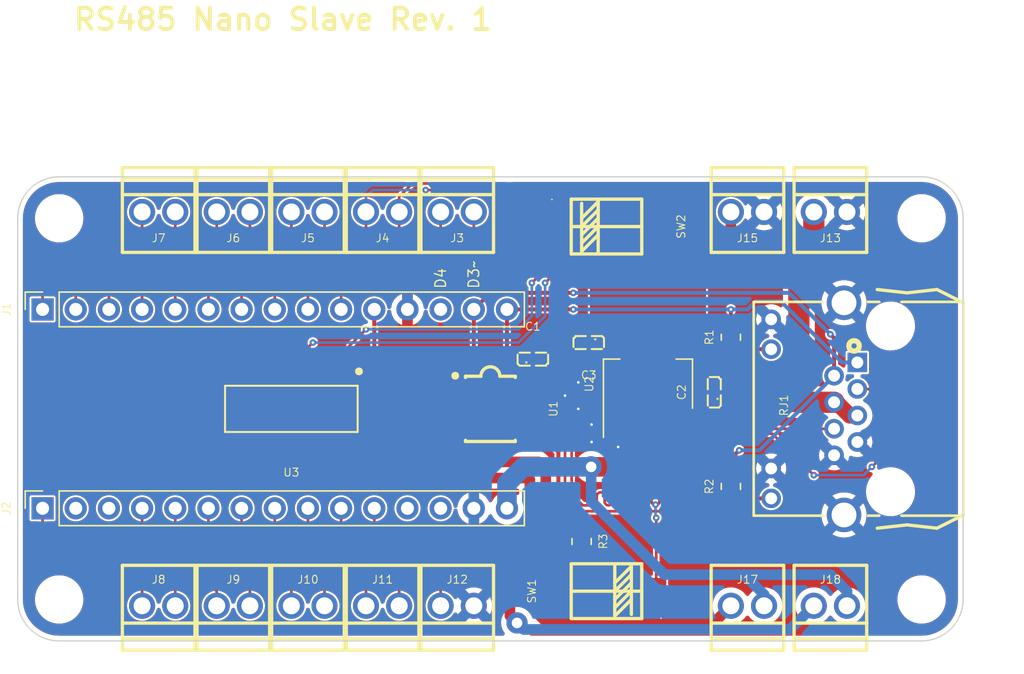
<source format=kicad_pcb>
(kicad_pcb (version 20211014) (generator pcbnew)
  (title_block (title "RS485 Nano Slave") (date "2022-09-07") (rev "1") (company "Maciej Swic"))
  (layers (0 "F.Cu" signal) (31 "B.Cu" signal) (34 "B.Paste" user) (35 "F.Paste" user) (36 "B.SilkS" user "B.Silkscreen") (37 "F.SilkS" user "F.Silkscreen") (38 "B.Mask" user) (39 "F.Mask" user) (44 "Edge.Cuts" user))
  (net 0 "")
  (net 1 "+5V")
  (net 2 "GND")
  (net 3 "+12V")
  (net 4 "D12{slash}MISO")
  (net 5 "D11~{slash}MOSI")
  (net 6 "D10~{slash}SS")
  (net 7 "D9~")
  (net 8 "D8")
  (net 9 "D7")
  (net 10 "D6~{slash}AUX_LIGHT")
  (net 11 "D5~{slash}BACKLIGHT")
  (net 12 "D4")
  (net 13 "D3~")
  (net 14 "D2")
  (net 16 "RXD")
  (net 17 "TXD")
  (net 18 "D13{slash}SCK")
  (net 19 "+3V3")
  (net 21 "A0{slash}D14")
  (net 22 "A1{slash}D15")
  (net 23 "A2{slash}D16")
  (net 24 "A3{slash}D17")
  (net 25 "A4{slash}D18")
  (net 26 "A5{slash}D19")
  (net 27 "A6")
  (net 28 "A7")
  (net 29 "5V_ARDUINO")
  (net 31 "BACKLIGHT_GND")
  (net 32 "AUX_GND")
  (net 33 "Net-(R1-Pad1)")
  (net 34 "Net-(R2-Pad1)")
  (net 35 "RS485+")
  (net 36 "Net-(R3-Pad2)")
  (net 37 "RS485-")
  (net 38 "RS485_GND")
  (net 39 "AUX_BASE")
  (net 40 "BACKLIGHT_BASE")
  (footprint "A10 KiCad Libraries:CONN-TH_XY308-2.54-2P" (layer "F.Cu") (at 149.86 86.36)
    (fp_text reference "J6")
    (fp_text value "Screw_Terminal_01x02")
  )
  (footprint "Connector_PinSocket_2.54mm:PinSocket_1x15_P2.54mm_Vertical" (layer "F.Cu") (at 135.255 109.22 90)
    (fp_text reference "J2")
    (fp_text value "Conn_01x15_Female")
  )
  (footprint "A10 KiCad Libraries:SW-SMD_DSHP02TSGER" (layer "F.Cu") (at 178.435 115.57 90)
    (fp_text reference "SW1")
    (fp_text value "SW_DIP_x02")
  )
  (footprint "A10 KiCad Libraries:CONN-TH_XY308-2.54-2P" (layer "F.Cu") (at 195.579997 86.36)
    (fp_text reference "J13")
    (fp_text value "Screw_Terminal_01x02")
  )
  (footprint "A10 KiCad Libraries:SOIC-8_L5.0-W4.0-P1.27-LS6.0-BL" (layer "F.Cu") (at 169.545 101.6 -90)
    (fp_text reference "U1")
    (fp_text value "MAX487ESA+T")
  )
  (footprint "A10 KiCad Libraries:C0402" (layer "F.Cu") (at 177.075085 96.52 180)
    (fp_text reference "C3")
    (fp_text value "1uF")
  )
  (footprint "A10 KiCad Libraries:CONN-TH_XY308-2.54-2P" (layer "F.Cu") (at 161.29 116.84 180)
    (fp_text reference "J11")
    (fp_text value "Screw_Terminal_01x02")
  )
  (footprint "A10 KiCad Libraries:SOP-16_L10.0-W3.9-P1.27-LS6.0-BL" (layer "F.Cu") (at 154.305 101.6 180)
    (fp_text reference "U3")
    (fp_text value "ULN2003A")
  )
  (footprint "A10 KiCad Libraries:CONN-TH_XY308-2.54-2P" (layer "F.Cu") (at 189.23 116.84 180)
    (fp_text reference "J17")
    (fp_text value "Screw_Terminal_01x02")
  )
  (footprint "MountingHole:MountingHole_3.2mm_M3" (layer "F.Cu") (at 136.525 86.995)
    (fp_text reference "H1" hide)
    (fp_text value "MountingHole" hide)
  )
  (footprint "MountingHole:MountingHole_3.2mm_M3" (layer "F.Cu") (at 202.565 86.995)
    (fp_text reference "H2" hide)
    (fp_text value "MountingHole" hide)
  )
  (footprint "MountingHole:MountingHole_3.2mm_M3" (layer "F.Cu") (at 136.525 116.205)
    (fp_text reference "H3" hide)
    (fp_text value "MountingHole" hide)
  )
  (footprint "MountingHole:MountingHole_3.2mm_M3" (layer "F.Cu") (at 202.565 116.205)
    (fp_text reference "H4" hide)
    (fp_text value "MountingHole" hide)
  )
  (footprint "A10 KiCad Libraries:CONN-TH_XY308-2.54-2P" (layer "F.Cu") (at 144.145 116.84 180)
    (fp_text reference "J8")
    (fp_text value "Screw_Terminal_01x02")
  )
  (footprint "A10 KiCad Libraries:CONN-TH_XY308-2.54-2P" (layer "F.Cu") (at 149.86 116.84 180)
    (fp_text reference "J9")
    (fp_text value "Screw_Terminal_01x02")
  )
  (footprint "Package_TO_SOT_SMD:SOT-223-3_TabPin2" (layer "F.Cu") (at 181.61 99.695 90)
    (fp_text reference "U2")
    (fp_text value "AMS1117-5.0")
  )
  (footprint "A10 KiCad Libraries:CONN-TH_XY308-2.54-2P" (layer "F.Cu") (at 167.005 116.84 180)
    (fp_text reference "J12")
    (fp_text value "Screw_Terminal_01x02")
  )
  (footprint "A10 KiCad Libraries:CONN-TH_XY308-2.54-2P" (layer "F.Cu") (at 195.58 116.84 180)
    (fp_text reference "J18")
    (fp_text value "Screw_Terminal_01x02")
  )
  (footprint "A10 KiCad Libraries:CONN-TH_XY308-2.54-2P" (layer "F.Cu") (at 161.29 86.36)
    (fp_text reference "J4")
    (fp_text value "Screw_Terminal_01x02")
  )
  (footprint "A10 KiCad Libraries:CONN-TH_XY308-2.54-2P" (layer "F.Cu") (at 155.575 86.36)
    (fp_text reference "J5")
    (fp_text value "Screw_Terminal_01x02")
  )
  (footprint "A10 KiCad Libraries:CONN-TH_XY308-2.54-2P" (layer "F.Cu") (at 155.575 116.839998 180)
    (fp_text reference "J10")
    (fp_text value "Screw_Terminal_01x02")
  )
  (footprint "Resistor_SMD:R_0805_2012Metric" (layer "F.Cu") (at 187.96 107.5436 90)
    (fp_text reference "R2")
    (fp_text value "1.8K")
  )
  (footprint "A10 KiCad Libraries:CONN-TH_XY308-2.54-2P" (layer "F.Cu") (at 144.145 86.36)
    (fp_text reference "J7")
    (fp_text value "Screw_Terminal_01x02")
  )
  (footprint "Connector_PinSocket_2.54mm:PinSocket_1x15_P2.54mm_Vertical" (layer "F.Cu") (at 135.255 93.98 90)
    (fp_text reference "J1")
    (fp_text value "Conn_01x15_Female")
  )
  (footprint "Resistor_SMD:R_0805_2012Metric" (layer "F.Cu") (at 176.53 111.76 -90)
    (fp_text reference "R3")
    (fp_text value "120R")
  )
  (footprint "A10 KiCad Libraries:CONN-TH_XY308-2.54-2P" (layer "F.Cu") (at 189.23 86.36)
    (fp_text reference "J15")
    (fp_text value "Screw_Terminal_01x02")
  )
  (footprint "Resistor_SMD:R_0805_2012Metric" (layer "F.Cu") (at 187.96 96.1136 90)
    (fp_text reference "R1")
    (fp_text value "1.8K")
  )
  (footprint "A10 KiCad Libraries:C0402" (layer "F.Cu") (at 186.69 100.33 90)
    (fp_text reference "C2")
    (fp_text value "10uF")
  )
  (footprint "A10 KiCad Libraries:C0402" (layer "F.Cu") (at 172.7962 97.79)
    (fp_text reference "C1")
    (fp_text value "1uF")
  )
  (footprint "A10 KiCad Libraries:CONN-TH_XY308-2.54-2P" (layer "F.Cu") (at 167.005 86.36)
    (fp_text reference "J3")
    (fp_text value "Screw_Terminal_01x02")
  )
  (footprint "A10 KiCad Libraries:RJ45-TH_B-1-1" (layer "F.Cu") (at 197.739 101.6 90)
    (fp_text reference "RJ1")
    (fp_text value "RJ45-B-1*1")
  )
  (footprint "A10 KiCad Libraries:SW-SMD_DSHP02TSGER" (layer "F.Cu") (at 178.435 87.63 -90)
    (fp_text reference "SW2")
    (fp_text value "SW_DIP_x02")
  )
  (gr_arc (start 202.565 83.82) (mid 204.810064 84.749936) (end 205.74 86.995) (layer "Edge.Cuts") (width 0.1016))
  (gr_line (start 202.565 119.38) (end 136.525 119.38) (layer "Edge.Cuts") (width 0.1016))
  (gr_line (start 133.35 86.995) (end 133.35 116.205) (layer "Edge.Cuts") (width 0.1016))
  (gr_arc (start 205.74 116.205) (mid 204.810064 118.450064) (end 202.565 119.38) (layer "Edge.Cuts") (width 0.1016))
  (gr_line (start 205.74 116.205) (end 205.74 86.995) (layer "Edge.Cuts") (width 0.1016))
  (gr_line (start 202.565 83.82) (end 136.525 83.82) (layer "Edge.Cuts") (width 0.1016))
  (gr_arc (start 133.35 86.995) (mid 134.279936 84.749936) (end 136.525 83.82) (layer "Edge.Cuts") (width 0.1016))
  (gr_arc (start 136.525 119.38) (mid 134.279936 118.450064) (end 133.35 116.205) (layer "Edge.Cuts") (width 0.1016))
  (gr_text "${TITLE} Rev. ${REVISION}" (at 153.67 71.755) (layer "F.SilkS") (effects (font (size 1.6256 1.6256) (thickness 0.3048))))
  (segment (start 187.959997 88.900003) (end 185.42 91.44) (width 0.8128) (layer "F.Cu") (net 1))
  (segment (start 174.624996 99.694996) (end 177.774992 96.545) (width 0.3048) (layer "F.Cu") (net 1))
  (segment (start 172.251115 99.693986) (end 172.250105 99.694996) (width 0.3048) (layer "F.Cu") (net 1))
  (segment (start 172.250105 99.694996) (end 174.624996 99.694996) (width 0.3048) (layer "F.Cu") (net 1))
  (segment (start 172.251115 97.79) (end 172.251115 99.693986) (width 0.3048) (layer "F.Cu") (net 1))
  (segment (start 177.774992 96.545) (end 181.61 96.545) (width 0.3048) (layer "F.Cu") (net 1))
  (segment (start 187.959997 86.509987) (end 187.959997 88.900003) (width 0.8128) (layer "F.Cu") (net 1))
  (via (at 176.276 101.6) (size 0.508) (drill 0.2032) (layers "F.Cu" "B.Cu") (net 2))
  (via (at 177.292 104.14) (size 0.508) (drill 0.2032) (layers "F.Cu" "B.Cu") (net 2))
  (via (at 177.290067 102.804055) (size 0.508) (drill 0.2032) (layers "F.Cu" "B.Cu") (net 2))
  (via (at 176.276 99.568) (size 0.508) (drill 0.2032) (layers "F.Cu" "B.Cu") (net 2))
  (via (at 175.26 100.584) (size 0.508) (drill 0.2032) (layers "F.Cu" "B.Cu") (net 2))
  (via (at 179.329222 104.519155) (size 0.508) (drill 0.2032) (layers "F.Cu" "B.Cu") (net 2))
  (segment (start 197.055079 102.108001) (end 197.64248 102.108001) (width 1.2192) (layer "F.Cu") (net 3))
  (segment (start 183.91 102.845) (end 183.91 105.65) (width 1.4986) (layer "F.Cu") (net 3))
  (segment (start 196.039077 101.091999) (end 197.055079 102.108001) (width 1.2192) (layer "F.Cu") (net 3))
  (segment (start 184.81 102.845) (end 186.563001 101.091999) (width 1.4986) (layer "F.Cu") (net 3))
  (segment (start 193.166999 91.948001) (end 193.166999 101.091999) (width 1.6256) (layer "F.Cu") (net 3))
  (segment (start 193.166999 101.091999) (end 195.861936 101.091999) (width 1.6256) (layer "F.Cu") (net 3))
  (segment (start 183.515 106.045) (end 177.2609 106.045) (width 1.4986) (layer "F.Cu") (net 3))
  (segment (start 194.309994 86.509987) (end 194.309994 90.805006) (width 1.6256) (layer "F.Cu") (net 3))
  (segment (start 186.563001 101.091999) (end 189.991999 101.091999) (width 1.4986) (layer "F.Cu") (net 3))
  (segment (start 183.91 105.65) (end 183.515 106.045) (width 1.4986) (layer "F.Cu") (net 3))
  (segment (start 189.991999 101.091999) (end 193.166999 101.091999) (width 1.4986) (layer "F.Cu") (net 3))
  (segment (start 195.861936 101.091999) (end 196.039077 101.091999) (width 1.2192) (layer "F.Cu") (net 3))
  (segment (start 183.91 102.845) (end 184.81 102.845) (width 1.4986) (layer "F.Cu") (net 3))
  (segment (start 194.309994 90.805006) (end 193.166999 91.948001) (width 1.6256) (layer "F.Cu") (net 3))
  (via (at 177.2609 106.045) (size 1.6256) (drill 0.8128) (layers "F.Cu" "B.Cu") (net 3))
  (segment (start 170.815 107.315) (end 170.815 109.22) (width 1.4986) (layer "B.Cu") (net 3))
  (segment (start 188.976 114.3) (end 195.58 114.3) (width 0.8128) (layer "B.Cu") (net 3))
  (segment (start 195.58 114.3) (end 196.850003 115.570003) (width 0.8128) (layer "B.Cu") (net 3))
  (segment (start 188.976 114.3) (end 190.500003 115.824003) (width 0.8128) (layer "B.Cu") (net 3))
  (segment (start 172.085 106.045) (end 170.815 107.315) (width 1.4986) (layer "B.Cu") (net 3))
  (segment (start 177.2609 106.045) (end 172.085 106.045) (width 1.4986) (layer "B.Cu") (net 3))
  (segment (start 190.500003 115.824003) (end 190.500003 116.690013) (width 0.8128) (layer "B.Cu") (net 3))
  (segment (start 182.88 114.3) (end 188.976 114.3) (width 0.8128) (layer "B.Cu") (net 3))
  (segment (start 177.2609 106.045) (end 177.2609 108.6809) (width 0.8128) (layer "B.Cu") (net 3))
  (segment (start 177.2609 108.6809) (end 182.88 114.3) (width 0.8128) (layer "B.Cu") (net 3))
  (segment (start 196.850003 115.570003) (end 196.850003 116.690013) (width 0.8128) (layer "B.Cu") (net 3))
  (segment (start 142.24 88.9) (end 142.874997 88.265003) (width 0.2032) (layer "F.Cu") (net 4))
  (segment (start 135.255 92.71) (end 139.065 88.9) (width 0.2032) (layer "F.Cu") (net 4))
  (segment (start 135.255 93.98) (end 135.255 92.71) (width 0.2032) (layer "F.Cu") (net 4))
  (segment (start 139.065 88.9) (end 142.24 88.9) (width 0.2032) (layer "F.Cu") (net 4))
  (segment (start 142.874997 88.265003) (end 142.874997 86.509987) (width 0.2032) (layer "F.Cu") (net 4))
  (segment (start 144.399528 89.280472) (end 145.415003 88.264997) (width 0.2032) (layer "F.Cu") (net 5))
  (segment (start 137.795 92.71) (end 141.224528 89.280472) (width 0.2032) (layer "F.Cu") (net 5))
  (segment (start 137.795 93.98) (end 137.795 92.71) (width 0.2032) (layer "F.Cu") (net 5))
  (segment (start 141.224528 89.280472) (end 144.399528 89.280472) (width 0.2032) (layer "F.Cu") (net 5))
  (segment (start 145.415003 88.264997) (end 145.415003 86.509987) (width 0.2032) (layer "F.Cu") (net 5))
  (segment (start 140.335 92.71) (end 143.408928 89.636072) (width 0.2032) (layer "F.Cu") (net 6))
  (segment (start 148.589997 88.265003) (end 148.589997 86.509987) (width 0.2032) (layer "F.Cu") (net 6))
  (segment (start 143.408928 89.636072) (end 147.218928 89.636072) (width 0.2032) (layer "F.Cu") (net 6))
  (segment (start 140.335 93.98) (end 140.335 92.71) (width 0.2032) (layer "F.Cu") (net 6))
  (segment (start 147.218928 89.636072) (end 148.589997 88.265003) (width 0.2032) (layer "F.Cu") (net 6))
  (segment (start 142.875 93.98) (end 142.875 92.71) (width 0.2032) (layer "F.Cu") (net 7))
  (segment (start 149.403328 89.991672) (end 151.130003 88.264997) (width 0.2032) (layer "F.Cu") (net 7))
  (segment (start 145.593328 89.991672) (end 149.403328 89.991672) (width 0.2032) (layer "F.Cu") (net 7))
  (segment (start 151.130003 88.264997) (end 151.130003 86.509987) (width 0.2032) (layer "F.Cu") (net 7))
  (segment (start 142.875 92.71) (end 145.593328 89.991672) (width 0.2032) (layer "F.Cu") (net 7))
  (segment (start 147.777728 90.347272) (end 152.222731 90.347272) (width 0.2032) (layer "F.Cu") (net 8))
  (segment (start 145.415 93.98) (end 145.415 92.71) (width 0.2032) (layer "F.Cu") (net 8))
  (segment (start 154.304997 88.265006) (end 154.304997 86.509987) (width 0.2032) (layer "F.Cu") (net 8))
  (segment (start 145.415 92.71) (end 147.777728 90.347272) (width 0.2032) (layer "F.Cu") (net 8))
  (segment (start 152.222731 90.347272) (end 154.304997 88.265006) (width 0.2032) (layer "F.Cu") (net 8))
  (segment (start 147.955 93.98) (end 147.955 92.71) (width 0.2032) (layer "F.Cu") (net 9))
  (segment (start 149.962128 90.702872) (end 154.407128 90.702872) (width 0.2032) (layer "F.Cu") (net 9))
  (segment (start 147.955 92.71) (end 149.962128 90.702872) (width 0.2032) (layer "F.Cu") (net 9))
  (segment (start 154.407128 90.702872) (end 156.845003 88.264997) (width 0.2032) (layer "F.Cu") (net 9))
  (segment (start 156.845003 88.264997) (end 156.845003 86.509987) (width 0.2032) (layer "F.Cu") (net 9))
  (segment (start 150.495 92.71) (end 152.146528 91.058472) (width 0.2032) (layer "F.Cu") (net 10))
  (segment (start 167.64 84.836) (end 164.592 84.836) (width 0.2032) (layer "F.Cu") (net 10))
  (segment (start 160.019997 88.265003) (end 160.019997 86.509987) (width 0.2032) (layer "F.Cu") (net 10))
  (segment (start 152.146528 91.058472) (end 157.226528 91.058472) (width 0.2032) (layer "F.Cu") (net 10))
  (segment (start 173.609001 88.265001) (end 170.18 84.836) (width 0.2032) (layer "F.Cu") (net 10))
  (segment (start 150.495 93.98) (end 150.495 92.71) (width 0.2032) (layer "F.Cu") (net 10))
  (segment (start 170.18 84.836) (end 167.64 84.836) (width 0.2032) (layer "F.Cu") (net 10))
  (segment (start 174.624992 88.265001) (end 173.609001 88.265001) (width 0.2032) (layer "F.Cu") (net 10))
  (segment (start 157.226528 91.058472) (end 160.019997 88.265003) (width 0.2032) (layer "F.Cu") (net 10))
  (via (at 164.592 84.836) (size 0.508) (drill 0.2032) (layers "F.Cu" "B.Cu") (net 10))
  (segment (start 164.592 84.836) (end 160.528 84.836) (width 0.2032) (layer "B.Cu") (net 10))
  (segment (start 160.528 84.836) (end 160.019997 85.344003) (width 0.2032) (layer "B.Cu") (net 10))
  (segment (start 160.019997 85.344003) (end 160.019997 86.509987) (width 0.2032) (layer "B.Cu") (net 10))
  (segment (start 170.688 84.328) (end 163.576 84.328) (width 0.2032) (layer "F.Cu") (net 11))
  (segment (start 159.410928 91.414072) (end 162.560003 88.264997) (width 0.2032) (layer "F.Cu") (net 11))
  (segment (start 163.576 84.328) (end 162.56 85.344) (width 0.2032) (layer "F.Cu") (net 11))
  (segment (start 173.354999 86.994999) (end 170.688 84.328) (width 0.2032) (layer "F.Cu") (net 11))
  (segment (start 162.560003 88.264997) (end 162.560003 86.509987) (width 0.2032) (layer "F.Cu") (net 11))
  (segment (start 162.56 86.509984) (end 162.560003 86.509987) (width 0.2032) (layer "F.Cu") (net 11))
  (segment (start 153.035 93.98) (end 153.035 92.71) (width 0.2032) (layer "F.Cu") (net 11))
  (segment (start 153.035 92.71) (end 154.330928 91.414072) (width 0.2032) (layer "F.Cu") (net 11))
  (segment (start 162.56 85.344) (end 162.56 86.509984) (width 0.2032) (layer "F.Cu") (net 11))
  (segment (start 174.624992 86.994999) (end 173.354999 86.994999) (width 0.2032) (layer "F.Cu") (net 11))
  (segment (start 154.330928 91.414072) (end 159.410928 91.414072) (width 0.2032) (layer "F.Cu") (net 11))
  (segment (start 156.515328 91.769672) (end 162.230328 91.769672) (width 0.2032) (layer "F.Cu") (net 12))
  (segment (start 155.575 92.71) (end 156.515328 91.769672) (width 0.2032) (layer "F.Cu") (net 12))
  (segment (start 165.734997 88.265003) (end 165.734997 86.509987) (width 0.2032) (layer "F.Cu") (net 12))
  (segment (start 155.575 93.98) (end 155.575 92.71) (width 0.2032) (layer "F.Cu") (net 12))
  (segment (start 162.230328 91.769672) (end 165.734997 88.265003) (width 0.2032) (layer "F.Cu") (net 12))
  (segment (start 158.699728 92.125272) (end 164.414728 92.125272) (width 0.2032) (layer "F.Cu") (net 13))
  (segment (start 158.115 93.98) (end 158.115 92.71) (width 0.2032) (layer "F.Cu") (net 13))
  (segment (start 158.115 92.71) (end 158.699728 92.125272) (width 0.2032) (layer "F.Cu") (net 13))
  (segment (start 164.414728 92.125272) (end 168.275003 88.264997) (width 0.2032) (layer "F.Cu") (net 13))
  (segment (start 168.275003 88.264997) (end 168.275003 86.509987) (width 0.2032) (layer "F.Cu") (net 13))
  (segment (start 160.655 93.98) (end 160.655 100.33) (width 0.3048) (layer "F.Cu") (net 14))
  (segment (start 160.655 100.33) (end 161.29 100.965) (width 0.3048) (layer "F.Cu") (net 14))
  (segment (start 166.839895 102.235001) (end 166.839895 100.964999) (width 0.3048) (layer "F.Cu") (net 14))
  (segment (start 161.29 100.965) (end 166.839895 100.964999) (width 0.3048) (layer "F.Cu") (net 14))
  (segment (start 172.085 92.71) (end 171.45 92.075) (width 0.3048) (layer "F.Cu") (net 16))
  (segment (start 168.275 99.06) (end 167.64 99.695) (width 0.3048) (layer "F.Cu") (net 16))
  (segment (start 167.639996 99.694996) (end 166.839895 99.694996) (width 0.3048) (layer "F.Cu") (net 16))
  (segment (start 170.18 92.075) (end 168.275 93.98) (width 0.3048) (layer "F.Cu") (net 16))
  (segment (start 175.895 92.71) (end 172.085 92.71) (width 0.3048) (layer "F.Cu") (net 16))
  (segment (start 187.96 105.41) (end 187.96 106.6311) (width 0.3048) (layer "F.Cu") (net 16))
  (segment (start 195.58 95.885) (end 195.861936 96.166936) (width 0.3048) (layer "F.Cu") (net 16))
  (segment (start 167.64 99.695) (end 167.639996 99.694996) (width 0.3048) (layer "F.Cu") (net 16))
  (segment (start 168.275 93.98) (end 168.275 99.06) (width 0.3048) (layer "F.Cu") (net 16))
  (segment (start 195.861936 96.166936) (end 195.861936 99.059995) (width 0.3048) (layer "F.Cu") (net 16))
  (segment (start 171.45 92.075) (end 170.18 92.075) (width 0.3048) (layer "F.Cu") (net 16))
  (segment (start 188.595 104.775) (end 187.96 105.41) (width 0.3048) (layer "F.Cu") (net 16))
  (via (at 195.58 95.885) (size 0.508) (drill 0.2032) (layers "F.Cu" "B.Cu") (net 16))
  (via (at 175.895 92.71) (size 0.508) (drill 0.2032) (layers "F.Cu" "B.Cu") (net 16))
  (via (at 188.595 104.775) (size 0.508) (drill 0.2032) (layers "F.Cu" "B.Cu") (net 16))
  (segment (start 190.146931 104.775) (end 195.861936 99.059995) (width 0.3048) (layer "B.Cu") (net 16))
  (segment (start 188.595 104.775) (end 190.146931 104.775) (width 0.3048) (layer "B.Cu") (net 16))
  (segment (start 192.405 92.71) (end 195.58 95.885) (width 0.3048) (layer "B.Cu") (net 16))
  (segment (start 175.895 92.71) (end 192.405 92.71) (width 0.3048) (layer "B.Cu") (net 16))
  (segment (start 170.179996 103.505004) (end 166.839895 103.505004) (width 0.3048) (layer "F.Cu") (net 17))
  (segment (start 187.96 93.98) (end 187.96 95.2011) (width 0.3048) (layer "F.Cu") (net 17))
  (segment (start 170.815 93.98) (end 170.815 102.87) (width 0.3048) (layer "F.Cu") (net 17))
  (segment (start 170.815 93.98) (end 175.895 93.98) (width 0.3048) (layer "F.Cu") (net 17))
  (segment (start 170.815 102.87) (end 170.179996 103.505004) (width 0.3048) (layer "F.Cu") (net 17))
  (via (at 175.895 93.98) (size 0.508) (drill 0.2032) (layers "F.Cu" "B.Cu") (net 17))
  (via (at 187.96 93.98) (size 0.508) (drill 0.2032) (layers "F.Cu" "B.Cu") (net 17))
  (segment (start 175.895 93.98) (end 187.96 93.98) (width 0.3048) (layer "B.Cu") (net 17))
  (segment (start 189.23 93.98) (end 189.865 93.345) (width 0.3048) (layer "B.Cu") (net 17))
  (segment (start 189.865 93.345) (end 191.77 93.345) (width 0.3048) (layer "B.Cu") (net 17))
  (segment (start 191.77 93.345) (end 196.468993 98.043993) (width 0.3048) (layer "B.Cu") (net 17))
  (segment (start 196.468993 98.043993) (end 197.64248 98.043993) (width 0.3048) (layer "B.Cu") (net 17))
  (segment (start 187.96 93.98) (end 189.23 93.98) (width 0.3048) (layer "B.Cu") (net 17))
  (segment (start 135.255 111.887) (end 135.255 109.22) (width 0.2032) (layer "F.Cu") (net 18))
  (segment (start 140.208 112.776) (end 136.144 112.776) (width 0.2032) (layer "F.Cu") (net 18))
  (segment (start 142.874997 115.442997) (end 140.208 112.776) (width 0.2032) (layer "F.Cu") (net 18))
  (segment (start 142.874997 116.690013) (end 142.874997 115.442997) (width 0.2032) (layer "F.Cu") (net 18))
  (segment (start 136.144 112.776) (end 135.255 111.887) (width 0.2032) (layer "F.Cu") (net 18))
  (segment (start 142.875 112.903) (end 142.875 109.22) (width 0.2032) (layer "F.Cu") (net 21))
  (segment (start 145.415003 116.690013) (end 145.415003 115.443003) (width 0.2032) (layer "F.Cu") (net 21))
  (segment (start 145.415003 115.443003) (end 142.875 112.903) (width 0.2032) (layer "F.Cu") (net 21))
  (segment (start 148.589997 115.569997) (end 145.415 112.395) (width 0.2032) (layer "F.Cu") (net 22))
  (segment (start 148.589997 116.690013) (end 148.589997 115.569997) (width 0.2032) (layer "F.Cu") (net 22))
  (segment (start 145.415 112.395) (end 145.415 109.22) (width 0.2032) (layer "F.Cu") (net 22))
  (segment (start 147.955 112.141) (end 147.955 109.22) (width 0.2032) (layer "F.Cu") (net 23))
  (segment (start 151.130003 116.690013) (end 151.130003 115.316003) (width 0.2032) (layer "F.Cu") (net 23))
  (segment (start 151.130003 115.316003) (end 147.955 112.141) (width 0.2032) (layer "F.Cu") (net 23))
  (segment (start 154.304997 116.690011) (end 154.304997 115.188997) (width 0.2032) (layer "F.Cu") (net 24))
  (segment (start 154.304997 115.188997) (end 150.495 111.379) (width 0.2032) (layer "F.Cu") (net 24))
  (segment (start 150.495 111.379) (end 150.495 109.22) (width 0.2032) (layer "F.Cu") (net 24))
  (segment (start 156.845003 115.189003) (end 153.035 111.379) (width 0.2032) (layer "F.Cu") (net 25))
  (segment (start 153.035 111.379) (end 153.035 109.22) (width 0.2032) (layer "F.Cu") (net 25))
  (segment (start 156.845003 116.690011) (end 156.845003 115.189003) (width 0.2032) (layer "F.Cu") (net 25))
  (segment (start 160.019997 115.316003) (end 160.02 115.316) (width 0.2032) (layer "F.Cu") (net 26))
  (segment (start 155.575 110.871) (end 155.575 109.22) (width 0.2032) (layer "F.Cu") (net 26))
  (segment (start 160.02 115.316) (end 155.575 110.871) (width 0.2032) (layer "F.Cu") (net 26))
  (segment (start 160.019997 116.690013) (end 160.019997 115.316003) (width 0.2032) (layer "F.Cu") (net 26))
  (segment (start 158.115 110.871) (end 158.115 109.22) (width 0.2032) (layer "F.Cu") (net 27))
  (segment (start 162.560003 115.316003) (end 158.115 110.871) (width 0.2032) (layer "F.Cu") (net 27))
  (segment (start 162.560003 116.690013) (end 162.560003 115.316003) (width 0.2032) (layer "F.Cu") (net 27))
  (segment (start 160.655 110.363) (end 160.655 109.22) (width 0.2032) (layer "F.Cu") (net 28))
  (segment (start 165.734997 116.690013) (end 165.734997 115.442997) (width 0.2032) (layer "F.Cu") (net 28))
  (segment (start 165.734997 115.442997) (end 160.655 110.363) (width 0.2032) (layer "F.Cu") (net 28))
  (segment (start 156.652276 105.664) (end 156.635605 105.680671) (width 0.8128) (layer "F.Cu") (net 31))
  (segment (start 158.750009 104.472492) (end 158.750009 105.410009) (width 0.8128) (layer "F.Cu") (net 31))
  (segment (start 173.736 117.856) (end 186.79401 117.856) (width 0.8128) (layer "F.Cu") (net 31))
  (segment (start 173.228 105.664) (end 173.7868 106.2228) (width 0.8128) (layer "F.Cu") (net 31))
  (segment (start 156.635605 105.680671) (end 156.210004 105.25507) (width 0.8128) (layer "F.Cu") (net 31))
  (segment (start 172.2628 113.646202) (end 172.2628 116.3828) (width 0.8128) (layer "F.Cu") (net 31))
  (segment (start 158.750009 105.410009) (end 159.004 105.664) (width 0.8128) (layer "F.Cu") (net 31))
  (segment (start 172.2628 116.3828) (end 173.736 117.856) (width 0.8128) (layer "F.Cu") (net 31))
  (segment (start 157.480006 105.258537) (end 157.480006 104.472492) (width 0.8128) (layer "F.Cu") (net 31))
  (segment (start 157.885469 105.664) (end 157.480006 105.258537) (width 0.8128) (layer "F.Cu") (net 31))
  (segment (start 159.004 105.664) (end 157.988 105.664) (width 0.8128) (layer "F.Cu") (net 31))
  (segment (start 157.988 105.664) (end 156.652276 105.664) (width 0.8128) (layer "F.Cu") (net 31))
  (segment (start 156.210004 105.25507) (end 156.210004 104.472492) (width 0.8128) (layer "F.Cu") (net 31))
  (segment (start 173.7868 106.2228) (end 173.7868 112.122202) (width 0.8128) (layer "F.Cu") (net 31))
  (segment (start 186.79401 117.856) (end 187.959997 116.690013) (width 0.8128) (layer "F.Cu") (net 31))
  (segment (start 159.004 105.664) (end 173.228 105.664) (width 0.8128) (layer "F.Cu") (net 31))
  (segment (start 173.7868 112.122202) (end 172.2628 113.646202) (width 0.8128) (layer "F.Cu") (net 31))
  (segment (start 157.988 105.664) (end 157.885469 105.664) (width 0.8128) (layer "F.Cu") (net 31))
  (segment (start 172.5676 110.744) (end 172.5676 111.617192) (width 0.8128) (layer "F.Cu") (net 32))
  (segment (start 172.431871 106.899871) (end 172.5676 107.0356) (width 0.8128) (layer "F.Cu") (net 32))
  (segment (start 154.940001 105.709277) (end 156.130595 106.899871) (width 0.8128) (layer "F.Cu") (net 32))
  (segment (start 171.0436 117.46184) (end 171.585238 118.003478) (width 0.8128) (layer "F.Cu") (net 32))
  (segment (start 172.5676 111.617192) (end 171.302396 112.882396) (width 0.8128) (layer "F.Cu") (net 32))
  (segment (start 171.0436 113.141193) (end 171.0436 114.151212) (width 0.8128) (layer "F.Cu") (net 32))
  (segment (start 156.972 106.899871) (end 172.431871 106.899871) (width 0.8128) (layer "F.Cu") (net 32))
  (segment (start 156.130595 106.899871) (end 156.972 106.899871) (width 0.8128) (layer "F.Cu") (net 32))
  (segment (start 171.302396 112.882396) (end 171.0436 113.141193) (width 0.8128) (layer "F.Cu") (net 32))
  (segment (start 154.940001 104.472492) (end 154.940001 105.709277) (width 0.8128) (layer "F.Cu") (net 32))
  (segment (start 172.5676 107.0356) (end 172.5676 110.744) (width 0.8128) (layer "F.Cu") (net 32))
  (segment (start 171.0436 114.151212) (end 171.0436 117.46184) (width 0.8128) (layer "F.Cu") (net 32))
  (via (at 171.585238 118.003478) (size 1.6256) (drill 0.8128) (layers "F.Cu" "B.Cu") (net 32))
  (segment (start 172.084573 118.502813) (end 192.497197 118.502813) (width 0.8128) (layer "B.Cu") (net 32))
  (segment (start 192.497197 118.502813) (end 194.309997 116.690013) (width 0.8128) (layer "B.Cu") (net 32))
  (segment (start 171.585238 118.003478) (end 172.084573 118.502813) (width 0.8128) (layer "B.Cu") (net 32))
  (segment (start 187.964431 97.030531) (end 191.043547 97.030531) (width 0.3048) (layer "F.Cu") (net 33))
  (segment (start 187.96 97.0261) (end 187.964431 97.030531) (width 0.3048) (layer "F.Cu") (net 33))
  (segment (start 187.96 108.4561) (end 187.964454 108.460554) (width 0.3048) (layer "F.Cu") (net 34))
  (segment (start 187.964454 108.460554) (end 191.043547 108.460554) (width 0.3048) (layer "F.Cu") (net 34))
  (segment (start 175.26 108.2682) (end 176.3709 109.3791) (width 0.2) (layer "F.Cu") (net 35))
  (segment (start 176.3709 109.3791) (end 176.53 109.5382) (width 0.2) (layer "F.Cu") (net 35))
  (segment (start 200.025 101.6) (end 198.500997 100.075997) (width 0.2) (layer "F.Cu") (net 35))
  (segment (start 172.250105 102.235001) (end 174.306801 102.235001) (width 0.2) (layer "F.Cu") (net 35))
  (segment (start 176.53 109.5382) (end 176.53 110.8475) (width 0.2) (layer "F.Cu") (net 35))
  (segment (start 184.2432 109.445) (end 176.4368 109.445) (width 0.2) (layer "F.Cu") (net 35))
  (segment (start 198.500997 100.075997) (end 197.64248 100.075997) (width 0.2) (layer "F.Cu") (net 35))
  (segment (start 176.4368 109.445) (end 176.3709 109.3791) (width 0.2) (layer "F.Cu") (net 35))
  (segment (start 198.755 106.045) (end 200.025 104.775) (width 0.2) (layer "F.Cu") (net 35))
  (segment (start 200.025 104.775) (end 200.025 101.6) (width 0.2) (layer "F.Cu") (net 35))
  (segment (start 191.135 103.505) (end 188.9132 103.505) (width 0.2) (layer "F.Cu") (net 35))
  (segment (start 175.26 103.1882) (end 175.26 108.2682) (width 0.2) (layer "F.Cu") (net 35))
  (segment (start 188.9132 103.505) (end 186.28 106.1382) (width 0.2) (layer "F.Cu") (net 35))
  (segment (start 186.28 106.1382) (end 186.28 107.4082) (width 0.2) (layer "F.Cu") (net 35))
  (segment (start 174.306801 102.235001) (end 175.26 103.1882) (width 0.2) (layer "F.Cu") (net 35))
  (segment (start 194.31 106.68) (end 191.135 103.505) (width 0.2) (layer "F.Cu") (net 35))
  (segment (start 186.28 107.4082) (end 184.2432 109.445) (width 0.2) (layer "F.Cu") (net 35))
  (via (at 194.31 106.68) (size 0.508) (drill 0.2032) (layers "F.Cu" "B.Cu") (net 35))
  (via (at 198.755 106.045) (size 0.508) (drill 0.2032) (layers "F.Cu" "B.Cu") (net 35))
  (segment (start 198.12 106.68) (end 194.31 106.68) (width 0.2) (layer "B.Cu") (net 35))
  (segment (start 198.755 106.045) (end 198.12 106.68) (width 0.2) (layer "B.Cu") (net 35))
  (segment (start 174.624992 113.654926) (end 175.607418 112.6725) (width 0.3048) (layer "F.Cu") (net 36))
  (segment (start 175.607418 112.6725) (end 176.53 112.6725) (width 0.3048) (layer "F.Cu") (net 36))
  (segment (start 174.624992 114.934999) (end 174.624992 113.654926) (width 0.3048) (layer "F.Cu") (net 36))
  (segment (start 185.156931 107.894872) (end 185.15693 107.894871) (width 0.2) (layer "F.Cu") (net 37))
  (segment (start 173.673199 100.964999) (end 175.768 103.0598) (width 0.2) (layer "F.Cu") (net 37))
  (segment (start 185.83 105.9518) (end 186.8484 104.9334) (width 0.2) (layer "F.Cu") (net 37))
  (segment (start 184.449824 107.612029) (end 184.732667 107.894872) (width 0.2) (layer "F.Cu") (net 37))
  (segment (start 177.69 108.695) (end 177.69 108.295) (width 0.2) (layer "F.Cu") (net 37))
  (segment (start 182.49 108.695) (end 182.49 108.295) (width 0.2) (layer "F.Cu") (net 37))
  (segment (start 187.838354 102.953499) (end 188.121197 103.236342) (width 0.2) (layer "F.Cu") (net 37))
  (segment (start 181.29 108.695) (end 181.29 108.295) (width 0.2) (layer "F.Cu") (net 37))
  (segment (start 178.29 108.295) (end 178.29 108.695) (width 0.2) (layer "F.Cu") (net 37))
  (segment (start 188.54546 103.236341) (end 188.650924 103.130876) (width 0.2) (layer "F.Cu") (net 37))
  (segment (start 175.768 108.1398) (end 176.6232 108.995) (width 0.2) (layer "F.Cu") (net 37))
  (segment (start 186.989824 103.80203) (end 186.989824 103.802029) (width 0.2) (layer "F.Cu") (net 37))
  (segment (start 180.09 108.695) (end 180.09 108.295) (width 0.2) (layer "F.Cu") (net 37))
  (segment (start 188.650924 103.130876) (end 195.855063 103.130876) (width 0.2) (layer "F.Cu") (net 37))
  (segment (start 172.250105 100.964999) (end 173.673199 100.964999) (width 0.2) (layer "F.Cu") (net 37))
  (segment (start 188.545461 103.236342) (end 188.54546 103.236341) (width 0.2) (layer "F.Cu") (net 37))
  (segment (start 180.69 108.295) (end 180.69 108.695) (width 0.2) (layer "F.Cu") (net 37))
  (segment (start 175.768 103.0598) (end 175.768 108.1398) (width 0.2) (layer "F.Cu") (net 37))
  (segment (start 179.49 108.295) (end 179.49 108.695) (width 0.2) (layer "F.Cu") (net 37))
  (segment (start 183.09 108.295) (end 183.09 108.695) (width 0.2) (layer "F.Cu") (net 37))
  (segment (start 184.449824 107.61203) (end 184.449824 107.612029) (width 0.2) (layer "F.Cu") (net 37))
  (segment (start 184.3084 108.319136) (end 184.025558 108.036294) (width 0.2) (layer "F.Cu") (net 37))
  (segment (start 187.838354 102.9535) (end 187.838354 102.953499) (width 0.2) (layer "F.Cu") (net 37))
  (segment (start 181.89 108.295) (end 181.89 108.695) (width 0.2) (layer "F.Cu") (net 37))
  (segment (start 187.696931 104.084872) (end 187.69693 104.08487) (width 0.2) (layer "F.Cu") (net 37))
  (segment (start 183.39 108.995) (end 184.0568 108.995) (width 0.2) (layer "F.Cu") (net 37))
  (segment (start 178.89 108.695) (end 178.89 108.295) (width 0.2) (layer "F.Cu") (net 37))
  (segment (start 176.6232 108.995) (end 177.39 108.995) (width 0.2) (layer "F.Cu") (net 37))
  (segment (start 182.245 109.9509) (end 182.245008 109.950908) (width 0.2) (layer "F.Cu") (net 37))
  (segment (start 186.8484 104.509136) (end 186.565558 104.226294) (width 0.2) (layer "F.Cu") (net 37))
  (segment (start 187.69693 103.660606) (end 187.414088 103.377764) (width 0.2) (layer "F.Cu") (net 37))
  (segment (start 182.245008 109.950908) (end 182.245008 114.934999) (width 0.2) (layer "F.Cu") (net 37))
  (segment (start 195.855063 103.130876) (end 195.861936 103.124003) (width 0.2) (layer "F.Cu") (net 37))
  (segment (start 182.19 108.995) (end 182.19 108.9391) (width 0.2) (layer "F.Cu") (net 37))
  (segment (start 186.989824 103.802029) (end 187.272667 104.084872) (width 0.2) (layer "F.Cu") (net 37))
  (segment (start 185.83 107.2218) (end 185.83 105.9518) (width 0.2) (layer "F.Cu") (net 37))
  (segment (start 185.15693 107.894871) (end 185.83 107.2218) (width 0.2) (layer "F.Cu") (net 37))
  (segment (start 184.0568 108.995) (end 184.3084 108.7434) (width 0.2) (layer "F.Cu") (net 37))
  (via (at 182.19 108.9391) (size 0.508) (drill 0.2032) (layers "F.Cu" "B.Cu") (net 37))
  (via (at 182.245 109.9509) (size 0.508) (drill 0.2032) (layers "F.Cu" "B.Cu") (net 37))
  (arc (start 182.79 107.995) (mid 183.002132 108.082868) (end 183.09 108.295) (width 0.2) (layer "F.Cu") (net 37))
  (arc (start 181.59 107.995) (mid 181.802132 108.082868) (end 181.89 108.295) (width 0.2) (layer "F.Cu") (net 37))
  (arc (start 178.29 108.695) (mid 178.377868 108.907132) (end 178.59 108.995) (width 0.2) (layer "F.Cu") (net 37))
  (arc (start 182.19 108.995) (mid 182.402132 108.907132) (end 182.49 108.695) (width 0.2) (layer "F.Cu") (net 37))
  (arc (start 180.99 108.995) (mid 181.202132 108.907132) (end 181.29 108.695) (width 0.2) (layer "F.Cu") (net 37))
  (arc (start 181.89 108.695) (mid 181.977868 108.907132) (end 182.19 108.995) (width 0.2) (layer "F.Cu") (net 37))
  (arc (start 187.272667 104.084872) (mid 187.484799 104.17274) (end 187.696931 104.084872) (width 0.2) (layer "F.Cu") (net 37))
  (arc (start 186.565558 103.80203) (mid 186.777692 103.714161) (end 186.989824 103.80203) (width 0.2) (layer "F.Cu") (net 37))
  (arc (start 177.69 108.295) (mid 177.777868 108.082868) (end 177.99 107.995) (width 0.2) (layer "F.Cu") (net 37))
  (arc (start 179.19 107.995) (mid 179.402132 108.082868) (end 179.49 108.295) (width 0.2) (layer "F.Cu") (net 37))
  (arc (start 177.39 108.995) (mid 177.602132 108.907132) (end 177.69 108.695) (width 0.2) (layer "F.Cu") (net 37))
  (arc (start 187.69693 104.08487) (mid 187.784798 103.872738) (end 187.69693 103.660606) (width 0.2) (layer "F.Cu") (net 37))
  (arc (start 180.39 107.995) (mid 180.602132 108.082868) (end 180.69 108.295) (width 0.2) (layer "F.Cu") (net 37))
  (arc (start 181.29 108.295) (mid 181.377868 108.082868) (end 181.59 107.995) (width 0.2) (layer "F.Cu") (net 37))
  (arc (start 178.59 108.995) (mid 178.802132 108.907132) (end 178.89 108.695) (width 0.2) (layer "F.Cu") (net 37))
  (arc (start 184.3084 108.7434) (mid 184.396268 108.531268) (end 184.3084 108.319136) (width 0.2) (layer "F.Cu") (net 37))
  (arc (start 184.732667 107.894872) (mid 184.944799 107.98274) (end 185.156931 107.894872) (width 0.2) (layer "F.Cu") (net 37))
  (arc (start 188.121197 103.236342) (mid 188.333329 103.32421) (end 188.545461 103.236342) (width 0.2) (layer "F.Cu") (net 37))
  (arc (start 184.025558 107.61203) (mid 184.237692 107.524161) (end 184.449824 107.61203) (width 0.2) (layer "F.Cu") (net 37))
  (arc (start 187.414088 103.377764) (mid 187.32622 103.165632) (end 187.414088 102.9535) (width 0.2) (layer "F.Cu") (net 37))
  (arc (start 186.565558 104.226294) (mid 186.47769 104.014162) (end 186.565558 103.80203) (width 0.2) (layer "F.Cu") (net 37))
  (arc (start 180.69 108.695) (mid 180.777868 108.907132) (end 180.99 108.995) (width 0.2) (layer "F.Cu") (net 37))
  (arc (start 182.49 108.295) (mid 182.577868 108.082868) (end 182.79 107.995) (width 0.2) (layer "F.Cu") (net 37))
  (arc (start 179.49 108.695) (mid 179.577868 108.907132) (end 179.79 108.995) (width 0.2) (layer "F.Cu") (net 37))
  (arc (start 179.79 108.995) (mid 180.002132 108.907132) (end 180.09 108.695) (width 0.2) (layer "F.Cu") (net 37))
  (arc (start 186.8484 104.9334) (mid 186.936268 104.721268) (end 186.8484 104.509136) (width 0.2) (layer "F.Cu") (net 37))
  (arc (start 183.09 108.695) (mid 183.177868 108.907132) (end 183.39 108.995) (width 0.2) (layer "F.Cu") (net 37))
  (arc (start 184.025558 108.036294) (mid 183.93769 107.824162) (end 184.025558 107.61203) (width 0.2) (layer "F.Cu") (net 37))
  (arc (start 180.09 108.295) (mid 180.177868 108.082868) (end 180.39 107.995) (width 0.2) (layer "F.Cu") (net 37))
  (arc (start 187.414088 102.9535) (mid 187.626222 102.865631) (end 187.838354 102.9535) (width 0.2) (layer "F.Cu") (net 37))
  (arc (start 177.99 107.995) (mid 178.202132 108.082868) (end 178.29 108.295) (width 0.2) (layer "F.Cu") (net 37))
  (arc (start 178.89 108.295) (mid 178.977868 108.082868) (end 179.19 107.995) (width 0.2) (layer "F.Cu") (net 37))
  (segment (start 182.19 108.9391) (end 182.19 109.8959) (width 0.2) (layer "B.Cu") (net 37))
  (segment (start 182.19 109.8959) (end 182.245 109.9509) (width 0.2) (layer "B.Cu") (net 37))
  (segment (start 174.752 112.522) (end 173.228 114.046) (width 0.3048) (layer "F.Cu") (net 38))
  (segment (start 173.228 115.697001) (end 173.736 116.205001) (width 0.3048) (layer "F.Cu") (net 38))
  (segment (start 172.250105 103.505004) (end 173.354996 103.505004) (width 0.3048) (layer "F.Cu") (net 38))
  (segment (start 173.355 103.505) (end 174.752 104.902) (width 0.3048) (layer "F.Cu") (net 38))
  (segment (start 173.736 116.205001) (end 174.624992 116.205001) (width 0.3048) (layer "F.Cu") (net 38))
  (segment (start 173.354996 103.505004) (end 173.355 103.505) (width 0.3048) (layer "F.Cu") (net 38))
  (segment (start 174.752 104.902) (end 174.752 112.522) (width 0.3048) (layer "F.Cu") (net 38))
  (segment (start 173.228 114.046) (end 173.228 115.697001) (width 0.3048) (layer "F.Cu") (net 38))
  (segment (start 155.956 96.52) (end 154.940001 97.535999) (width 0.2032) (layer "F.Cu") (net 39))
  (segment (start 152.399996 98.727508) (end 153.669999 98.727508) (width 0.2032) (layer "F.Cu") (net 39))
  (segment (start 182.245008 88.265001) (end 177.418999 88.265001) (width 0.2032) (layer "F.Cu") (net 39))
  (segment (start 177.418999 88.265001) (end 173.736 91.948) (width 0.2032) (layer "F.Cu") (net 39))
  (segment (start 154.940001 97.535999) (end 154.940001 98.727508) (width 0.2032) (layer "F.Cu") (net 39))
  (segment (start 154.940001 98.727508) (end 153.669999 98.727508) (width 0.2032) (layer "F.Cu") (net 39))
  (via (at 155.956 96.52) (size 0.508) (drill 0.2032) (layers "F.Cu" "B.Cu") (net 39))
  (via (at 173.736 91.948) (size 0.508) (drill 0.2032) (layers "F.Cu" "B.Cu") (net 39))
  (segment (start 173.736 94.488) (end 171.704 96.52) (width 0.2032) (layer "B.Cu") (net 39))
  (segment (start 171.704 96.52) (end 155.956 96.52) (width 0.2032) (layer "B.Cu") (net 39))
  (segment (start 173.736 91.948) (end 173.736 94.488) (width 0.2032) (layer "B.Cu") (net 39))
  (segment (start 182.245008 86.994999) (end 177.673001 86.994999) (width 0.2032) (layer "F.Cu") (net 40))
  (segment (start 158.750009 96.773991) (end 158.750009 98.727508) (width 0.2032) (layer "F.Cu") (net 40))
  (segment (start 160.02 95.504) (end 158.750009 96.773991) (width 0.2032) (layer "F.Cu") (net 40))
  (segment (start 156.210004 98.727508) (end 157.480006 98.727508) (width 0.2032) (layer "F.Cu") (net 40))
  (segment (start 177.673001 86.994999) (end 174.752 89.916) (width 0.2032) (layer "F.Cu") (net 40))
  (segment (start 158.750009 98.727508) (end 157.480006 98.727508) (width 0.2032) (layer "F.Cu") (net 40))
  (segment (start 174.752 89.916) (end 172.72 91.948) (width 0.2032) (layer "F.Cu") (net 40))
  (via (at 172.72 91.948) (size 0.508) (drill 0.2032) (layers "F.Cu" "B.Cu") (net 40))
  (via (at 160.02 95.504) (size 0.508) (drill 0.2032) (layers "F.Cu" "B.Cu") (net 40))
  (segment (start 171.704 95.504) (end 160.02 95.504) (width 0.2032) (layer "B.Cu") (net 40))
  (segment (start 172.72 91.948) (end 172.72 94.488) (width 0.2032) (layer "B.Cu") (net 40))
  (segment (start 172.72 94.488) (end 171.704 95.504) (width 0.2032) (layer "B.Cu") (net 40))
  (zone (net 2) (net_name "GND") (layers F&B.Cu) (name "GND") (connect_pads (clearance 0.1524)) (min_thickness 0.3048) (fill yes (thermal_gap 0.4064) (thermal_bridge_width 0.8128) (smoothing fillet) (radius 0.8128) (island_removal_mode 2) (island_area_min 0.016129))
    (polygon (pts (xy 208.28 121.92) (xy 132.08 121.92) (xy 132.08 81.28) (xy 208.28 81.28)))
  )
  (zone (net 1) (net_name "+5V") (layer "F.Cu") (name "5V") (priority 10) (connect_pads yes (clearance 0.1524)) (min_thickness 0.3048) (fill yes (thermal_gap 0.508) (thermal_bridge_width 0.508) (smoothing fillet) (radius 0.8128) (island_removal_mode 2) (island_area_min 0.016129))
    (polygon (pts (xy 186.055 100.33) (xy 184.785 101.6) (xy 182.88 101.6) (xy 182.88 104.14) (xy 180.34 104.14) (xy 180.34 101.6) (xy 177.165 101.6) (xy 177.165 90.805) (xy 186.055 90.805)))
  )
)
</source>
